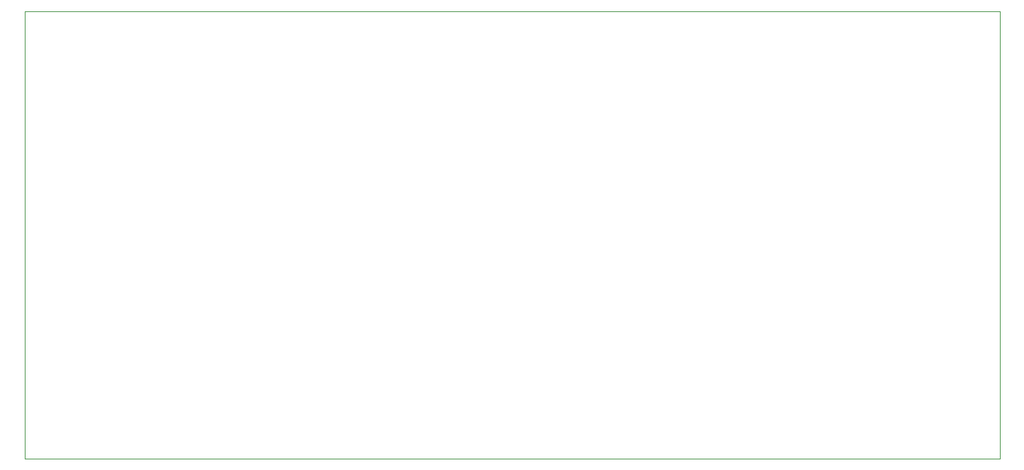
<source format=gbr>
G04*
G04 #@! TF.GenerationSoftware,Altium Limited,Altium Designer,24.5.1 (21)*
G04*
G04 Layer_Color=0*
%FSLAX25Y25*%
%MOIN*%
G70*
G04*
G04 #@! TF.SameCoordinates,C76CA4C4-4B78-49E4-996D-9464DF6DB47D*
G04*
G04*
G04 #@! TF.FilePolarity,Positive*
G04*
G01*
G75*
%ADD43C,0.00100*%
D43*
X0Y0D02*
X458661D01*
Y210630D01*
X0D01*
Y0D01*
M02*

</source>
